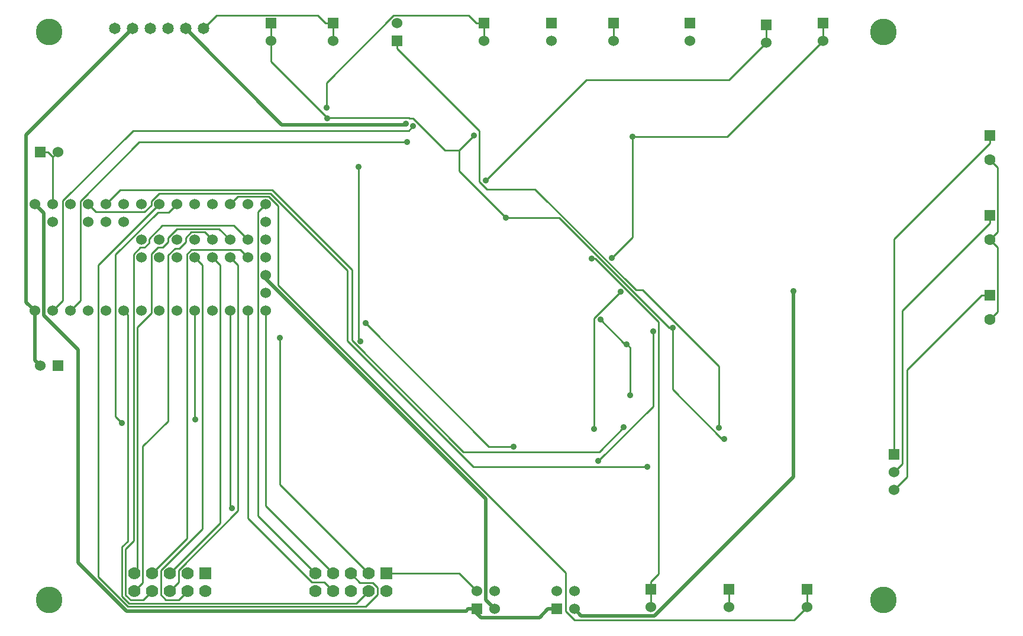
<source format=gbl>
G04 (created by PCBNEW (2013-jul-07)-stable) date Thu 22 Dec 2016 08:04:52 PM PST*
%MOIN*%
G04 Gerber Fmt 3.4, Leading zero omitted, Abs format*
%FSLAX34Y34*%
G01*
G70*
G90*
G04 APERTURE LIST*
%ADD10C,0.00590551*%
%ADD11C,0.06*%
%ADD12R,0.06X0.06*%
%ADD13C,0.065*%
%ADD14R,0.063X0.063*%
%ADD15C,0.063*%
%ADD16R,0.07X0.07*%
%ADD17C,0.07*%
%ADD18C,0.15*%
%ADD19C,0.035*%
%ADD20C,0.01*%
%ADD21C,0.02*%
G04 APERTURE END LIST*
G54D10*
G54D11*
X20700Y-37200D03*
X21700Y-37200D03*
X22700Y-37200D03*
X23700Y-37200D03*
X24700Y-37200D03*
X25700Y-37200D03*
X26700Y-37200D03*
X27700Y-37200D03*
X28700Y-37200D03*
X29700Y-37200D03*
X30700Y-37200D03*
X31700Y-37200D03*
X32700Y-37200D03*
X33700Y-37200D03*
X33700Y-36200D03*
X33700Y-35200D03*
X33700Y-34200D03*
X33700Y-33200D03*
X33700Y-32200D03*
X33700Y-31200D03*
X32700Y-31200D03*
X31700Y-31200D03*
X30700Y-31200D03*
X29700Y-31200D03*
X28700Y-31200D03*
X27700Y-31200D03*
X26700Y-31200D03*
X25700Y-31200D03*
X24700Y-31200D03*
X23700Y-31200D03*
X22700Y-31200D03*
X21700Y-31200D03*
X20700Y-31200D03*
X26700Y-34200D03*
X27700Y-34200D03*
X28700Y-34200D03*
X29700Y-34200D03*
X30700Y-34200D03*
X31700Y-34200D03*
X32700Y-34200D03*
X32700Y-33200D03*
X31700Y-33200D03*
X30700Y-33200D03*
X29700Y-33200D03*
X28700Y-33200D03*
X27700Y-33200D03*
X26700Y-33200D03*
X25700Y-32200D03*
X24700Y-32200D03*
X23700Y-32200D03*
X21700Y-32200D03*
G54D12*
X69100Y-45300D03*
G54D11*
X69100Y-46300D03*
X69100Y-47300D03*
G54D12*
X50100Y-54000D03*
G54D11*
X50100Y-53000D03*
X51100Y-54000D03*
X51100Y-53000D03*
G54D12*
X45600Y-54000D03*
G54D11*
X45600Y-53000D03*
X46600Y-54000D03*
X46600Y-53000D03*
G54D12*
X46000Y-21000D03*
G54D11*
X46000Y-22000D03*
G54D12*
X41100Y-22000D03*
G54D11*
X41100Y-21000D03*
G54D12*
X22000Y-40300D03*
G54D11*
X21000Y-40300D03*
G54D12*
X49800Y-21000D03*
G54D11*
X49800Y-22000D03*
G54D12*
X21000Y-28250D03*
G54D11*
X22000Y-28250D03*
G54D12*
X53300Y-21000D03*
G54D11*
X53300Y-22000D03*
G54D12*
X57600Y-21000D03*
G54D11*
X57600Y-22000D03*
G54D12*
X55400Y-52900D03*
G54D11*
X55400Y-53900D03*
G54D12*
X61900Y-21100D03*
G54D11*
X61900Y-22100D03*
G54D12*
X64200Y-52900D03*
G54D11*
X64200Y-53900D03*
G54D12*
X59800Y-52900D03*
G54D11*
X59800Y-53900D03*
G54D12*
X65100Y-21000D03*
G54D11*
X65100Y-22000D03*
G54D12*
X37500Y-21000D03*
G54D11*
X37500Y-22000D03*
G54D12*
X34000Y-21000D03*
G54D11*
X34000Y-22000D03*
G54D13*
X25200Y-21300D03*
X26200Y-21300D03*
X27200Y-21300D03*
X28200Y-21300D03*
X29200Y-21300D03*
X30200Y-21300D03*
G54D14*
X74500Y-27311D03*
G54D15*
X74500Y-28689D03*
G54D14*
X74500Y-31811D03*
G54D15*
X74500Y-33189D03*
G54D14*
X74500Y-36311D03*
G54D15*
X74500Y-37689D03*
G54D16*
X30300Y-52000D03*
G54D17*
X30300Y-53000D03*
X29300Y-52000D03*
X29300Y-53000D03*
X28300Y-52000D03*
X28300Y-53000D03*
X27300Y-52000D03*
X27300Y-53000D03*
X26300Y-52000D03*
X26300Y-53000D03*
G54D16*
X40500Y-52000D03*
G54D17*
X40500Y-53000D03*
X39500Y-52000D03*
X39500Y-53000D03*
X38500Y-52000D03*
X38500Y-53000D03*
X37500Y-52000D03*
X37500Y-53000D03*
X36500Y-52000D03*
X36500Y-53000D03*
G54D18*
X68500Y-53500D03*
X21500Y-53500D03*
X21500Y-21500D03*
X68500Y-21500D03*
G54D19*
X38944Y-29077D03*
X39047Y-38906D03*
X56642Y-38163D03*
X59547Y-44415D03*
X47237Y-31958D03*
X37171Y-26355D03*
X45435Y-27325D03*
X63446Y-36086D03*
X54248Y-41949D03*
X54053Y-39071D03*
X52583Y-37695D03*
X31827Y-48327D03*
X42024Y-26798D03*
X41674Y-27702D03*
X37133Y-25758D03*
X41594Y-26656D03*
X59236Y-43799D03*
X52081Y-34238D03*
X54381Y-27396D03*
X53220Y-34229D03*
X46117Y-29841D03*
X25615Y-43514D03*
X29734Y-43318D03*
X47668Y-44846D03*
X39330Y-37901D03*
X53893Y-43770D03*
X55215Y-45976D03*
X34495Y-38706D03*
X53721Y-36125D03*
X52215Y-43849D03*
X55543Y-38341D03*
X52454Y-45668D03*
G54D20*
X37500Y-22000D02*
X37500Y-21000D01*
X37500Y-21000D02*
X37069Y-21000D01*
X30930Y-20569D02*
X30200Y-21300D01*
X36639Y-20569D02*
X30930Y-20569D01*
X37069Y-21000D02*
X36639Y-20569D01*
X38944Y-38803D02*
X38944Y-29077D01*
X39047Y-38906D02*
X38944Y-38803D01*
X34000Y-21000D02*
X34000Y-22000D01*
X59421Y-44415D02*
X59547Y-44415D01*
X56642Y-41636D02*
X59421Y-44415D01*
X56642Y-38163D02*
X56642Y-41636D01*
X34000Y-23143D02*
X37191Y-26335D01*
X34000Y-22000D02*
X34000Y-23143D01*
X37191Y-26335D02*
X37171Y-26355D01*
X44597Y-29318D02*
X44597Y-28163D01*
X47237Y-31958D02*
X44597Y-29318D01*
X44597Y-28163D02*
X45435Y-27325D01*
X37191Y-26335D02*
X37191Y-26335D01*
X41785Y-26335D02*
X37191Y-26335D01*
X41798Y-26348D02*
X41785Y-26335D01*
X42009Y-26348D02*
X41798Y-26348D01*
X43823Y-28163D02*
X42009Y-26348D01*
X44597Y-28163D02*
X43823Y-28163D01*
X50240Y-31958D02*
X47237Y-31958D01*
X56445Y-38163D02*
X50240Y-31958D01*
X56642Y-38163D02*
X56445Y-38163D01*
G54D21*
X46100Y-53500D02*
X46600Y-54000D01*
X46100Y-47784D02*
X46100Y-53500D01*
X33700Y-35384D02*
X46100Y-47784D01*
X33700Y-35200D02*
X33700Y-35384D01*
X63446Y-46541D02*
X63446Y-36086D01*
X55601Y-54387D02*
X63446Y-46541D01*
X51487Y-54387D02*
X55601Y-54387D01*
X51100Y-54000D02*
X51487Y-54387D01*
X45004Y-54115D02*
X45119Y-54000D01*
X25863Y-54115D02*
X45004Y-54115D01*
X23133Y-51384D02*
X25863Y-54115D01*
X23133Y-39375D02*
X23133Y-51384D01*
X21200Y-37442D02*
X23133Y-39375D01*
X21200Y-31700D02*
X21200Y-37442D01*
X20700Y-31200D02*
X21200Y-31700D01*
X45600Y-54000D02*
X45359Y-54000D01*
X45359Y-54000D02*
X45119Y-54000D01*
X49139Y-54480D02*
X49619Y-54000D01*
X45840Y-54480D02*
X49139Y-54480D01*
X45359Y-54000D02*
X45840Y-54480D01*
X50100Y-54000D02*
X49619Y-54000D01*
G54D20*
X74945Y-32743D02*
X74500Y-33189D01*
X74945Y-29134D02*
X74945Y-32743D01*
X74500Y-28689D02*
X74945Y-29134D01*
X21000Y-28250D02*
X21430Y-28250D01*
X21715Y-28534D02*
X21430Y-28250D01*
X21700Y-28550D02*
X21715Y-28534D01*
X21700Y-31200D02*
X21700Y-28550D01*
X21715Y-28534D02*
X22000Y-28250D01*
X74945Y-33634D02*
X74500Y-33189D01*
X74945Y-37243D02*
X74945Y-33634D01*
X74500Y-37689D02*
X74945Y-37243D01*
X54248Y-39266D02*
X54053Y-39071D01*
X54248Y-41949D02*
X54248Y-39266D01*
X53958Y-39071D02*
X52583Y-37695D01*
X54053Y-39071D02*
X53958Y-39071D01*
X31700Y-48200D02*
X31827Y-48327D01*
X31700Y-37200D02*
X31700Y-48200D01*
X69100Y-33156D02*
X74500Y-27756D01*
X69100Y-45300D02*
X69100Y-33156D01*
X74500Y-27310D02*
X74500Y-27756D01*
X30137Y-34637D02*
X29700Y-34200D01*
X30137Y-49478D02*
X30137Y-34637D01*
X27800Y-51816D02*
X30137Y-49478D01*
X27800Y-53197D02*
X27800Y-51816D01*
X28085Y-53483D02*
X27800Y-53197D01*
X28816Y-53483D02*
X28085Y-53483D01*
X29300Y-53000D02*
X28816Y-53483D01*
X31134Y-34634D02*
X30700Y-34200D01*
X31134Y-49165D02*
X31134Y-34634D01*
X28300Y-52000D02*
X31134Y-49165D01*
X32137Y-34637D02*
X31700Y-34200D01*
X32137Y-48470D02*
X32137Y-34637D01*
X28800Y-51808D02*
X32137Y-48470D01*
X28800Y-52500D02*
X28800Y-51808D01*
X28300Y-53000D02*
X28800Y-52500D01*
X32261Y-33761D02*
X32700Y-34200D01*
X29524Y-33761D02*
X32261Y-33761D01*
X29269Y-34016D02*
X29524Y-33761D01*
X29269Y-50030D02*
X29269Y-34016D01*
X27300Y-52000D02*
X29269Y-50030D01*
X31895Y-32395D02*
X32700Y-33200D01*
X27875Y-32395D02*
X31895Y-32395D01*
X27130Y-33141D02*
X27875Y-32395D01*
X27130Y-33378D02*
X27130Y-33141D01*
X26878Y-33630D02*
X27130Y-33378D01*
X26655Y-33630D02*
X26878Y-33630D01*
X26269Y-34015D02*
X26655Y-33630D01*
X26269Y-50157D02*
X26269Y-34015D01*
X25804Y-50623D02*
X26269Y-50157D01*
X25804Y-53209D02*
X25804Y-50623D01*
X26097Y-53503D02*
X25804Y-53209D01*
X26796Y-53503D02*
X26097Y-53503D01*
X27300Y-53000D02*
X26796Y-53503D01*
X31075Y-32575D02*
X31700Y-33200D01*
X28709Y-32575D02*
X31075Y-32575D01*
X28200Y-33085D02*
X28709Y-32575D01*
X28200Y-33331D02*
X28200Y-33085D01*
X27901Y-33630D02*
X28200Y-33331D01*
X27638Y-33630D02*
X27901Y-33630D01*
X27269Y-33998D02*
X27638Y-33630D01*
X27269Y-37310D02*
X27269Y-33998D01*
X26461Y-38118D02*
X27269Y-37310D01*
X26461Y-51838D02*
X26461Y-38118D01*
X26300Y-52000D02*
X26461Y-51838D01*
X30269Y-32769D02*
X30700Y-33200D01*
X29515Y-32769D02*
X30269Y-32769D01*
X29200Y-33084D02*
X29515Y-32769D01*
X29200Y-33309D02*
X29200Y-33084D01*
X28838Y-33671D02*
X29200Y-33309D01*
X28594Y-33671D02*
X28838Y-33671D01*
X28200Y-34065D02*
X28594Y-33671D01*
X28200Y-43417D02*
X28200Y-34065D01*
X26780Y-44837D02*
X28200Y-43417D01*
X26780Y-52519D02*
X26780Y-44837D01*
X26300Y-53000D02*
X26780Y-52519D01*
X53300Y-22000D02*
X53300Y-21000D01*
X41781Y-27041D02*
X42024Y-26798D01*
X26231Y-27041D02*
X41781Y-27041D01*
X22269Y-31003D02*
X26231Y-27041D01*
X22269Y-36630D02*
X22269Y-31003D01*
X21700Y-37200D02*
X22269Y-36630D01*
X23269Y-36630D02*
X22700Y-37200D01*
X23269Y-31021D02*
X23269Y-36630D01*
X26589Y-27702D02*
X23269Y-31021D01*
X41674Y-27702D02*
X26589Y-27702D01*
X46000Y-21000D02*
X46000Y-22000D01*
X45139Y-20569D02*
X45569Y-21000D01*
X40915Y-20569D02*
X45139Y-20569D01*
X37133Y-24352D02*
X40915Y-20569D01*
X37133Y-25758D02*
X37133Y-24352D01*
X46000Y-21000D02*
X45569Y-21000D01*
G54D21*
X20216Y-27283D02*
X26200Y-21300D01*
X20216Y-36716D02*
X20216Y-27283D01*
X20700Y-37200D02*
X20216Y-36716D01*
X20700Y-40000D02*
X20700Y-37200D01*
X21000Y-40300D02*
X20700Y-40000D01*
X41536Y-26714D02*
X41594Y-26656D01*
X34614Y-26714D02*
X41536Y-26714D01*
X29200Y-21300D02*
X34614Y-26714D01*
G54D20*
X33700Y-48200D02*
X33700Y-37200D01*
X37500Y-52000D02*
X33700Y-48200D01*
X32700Y-48888D02*
X32700Y-37200D01*
X36311Y-52500D02*
X32700Y-48888D01*
X37000Y-52500D02*
X36311Y-52500D01*
X37500Y-53000D02*
X37000Y-52500D01*
X41100Y-22000D02*
X41100Y-22430D01*
X45740Y-27070D02*
X41100Y-22430D01*
X45740Y-29927D02*
X45740Y-27070D01*
X46167Y-30353D02*
X45740Y-29927D01*
X48890Y-30353D02*
X46167Y-30353D01*
X54568Y-36031D02*
X48890Y-30353D01*
X54942Y-36031D02*
X54568Y-36031D01*
X59236Y-40325D02*
X54942Y-36031D01*
X59236Y-43799D02*
X59236Y-40325D01*
X55400Y-53900D02*
X55400Y-52900D01*
X55400Y-52900D02*
X55400Y-52469D01*
X52265Y-34238D02*
X52081Y-34238D01*
X55856Y-37829D02*
X52265Y-34238D01*
X55856Y-52013D02*
X55856Y-37829D01*
X55400Y-52469D02*
X55856Y-52013D01*
X69579Y-45820D02*
X69100Y-46300D01*
X69579Y-37176D02*
X69579Y-45820D01*
X74500Y-32256D02*
X69579Y-37176D01*
X74500Y-31810D02*
X74500Y-32256D01*
X65100Y-21000D02*
X65100Y-22000D01*
X59703Y-27396D02*
X54381Y-27396D01*
X65100Y-22000D02*
X59703Y-27396D01*
X54381Y-33068D02*
X53220Y-34229D01*
X54381Y-27396D02*
X54381Y-33068D01*
X61900Y-21100D02*
X61900Y-22100D01*
X51781Y-24176D02*
X46117Y-29841D01*
X59823Y-24176D02*
X51781Y-24176D01*
X61900Y-22100D02*
X59823Y-24176D01*
X38816Y-53683D02*
X39500Y-53000D01*
X26023Y-53683D02*
X38816Y-53683D01*
X25624Y-53284D02*
X26023Y-53683D01*
X25624Y-50503D02*
X25624Y-53284D01*
X25933Y-50193D02*
X25624Y-50503D01*
X25933Y-37433D02*
X25933Y-50193D01*
X25700Y-37200D02*
X25933Y-37433D01*
X33265Y-31634D02*
X33700Y-31200D01*
X33265Y-48765D02*
X33265Y-31634D01*
X36500Y-52000D02*
X33265Y-48765D01*
X24264Y-34635D02*
X27700Y-31200D01*
X24264Y-52179D02*
X24264Y-34635D01*
X25949Y-53865D02*
X24264Y-52179D01*
X39339Y-53865D02*
X25949Y-53865D01*
X40000Y-53204D02*
X39339Y-53865D01*
X40000Y-52788D02*
X40000Y-53204D01*
X39731Y-52519D02*
X40000Y-52788D01*
X39019Y-52519D02*
X39731Y-52519D01*
X38500Y-52000D02*
X39019Y-52519D01*
X25257Y-43155D02*
X25615Y-43514D01*
X25257Y-34031D02*
X25257Y-43155D01*
X27643Y-31645D02*
X25257Y-34031D01*
X28254Y-31645D02*
X27643Y-31645D01*
X28700Y-31200D02*
X28254Y-31645D01*
X59800Y-52900D02*
X59800Y-53900D01*
X63482Y-54617D02*
X64200Y-53900D01*
X51104Y-54617D02*
X63482Y-54617D01*
X50600Y-54112D02*
X51104Y-54617D01*
X50600Y-51958D02*
X50600Y-54112D01*
X34403Y-35762D02*
X50600Y-51958D01*
X34403Y-31279D02*
X34403Y-35762D01*
X33889Y-30765D02*
X34403Y-31279D01*
X32134Y-30765D02*
X33889Y-30765D01*
X31700Y-31200D02*
X32134Y-30765D01*
X64200Y-53900D02*
X64200Y-52900D01*
X29700Y-43283D02*
X29734Y-43318D01*
X29700Y-37200D02*
X29700Y-43283D01*
X46275Y-44846D02*
X39330Y-37901D01*
X47668Y-44846D02*
X46275Y-44846D01*
X25504Y-30395D02*
X24700Y-31200D01*
X34072Y-30395D02*
X25504Y-30395D01*
X38568Y-34890D02*
X34072Y-30395D01*
X38568Y-38867D02*
X38568Y-34890D01*
X44855Y-45154D02*
X38568Y-38867D01*
X52508Y-45154D02*
X44855Y-45154D01*
X53893Y-43770D02*
X52508Y-45154D01*
X45423Y-45976D02*
X55215Y-45976D01*
X38324Y-38877D02*
X45423Y-45976D01*
X38324Y-34929D02*
X38324Y-38877D01*
X33980Y-30585D02*
X38324Y-34929D01*
X27699Y-30585D02*
X33980Y-30585D01*
X27263Y-31021D02*
X27699Y-30585D01*
X27263Y-31246D02*
X27263Y-31021D01*
X26875Y-31634D02*
X27263Y-31246D01*
X24134Y-31634D02*
X26875Y-31634D01*
X23700Y-31200D02*
X24134Y-31634D01*
X34495Y-46995D02*
X34495Y-38706D01*
X39500Y-52000D02*
X34495Y-46995D01*
X44600Y-52000D02*
X45600Y-53000D01*
X40500Y-52000D02*
X44600Y-52000D01*
X74500Y-36310D02*
X74054Y-36310D01*
X69849Y-40515D02*
X74054Y-36310D01*
X69849Y-46550D02*
X69849Y-40515D01*
X69100Y-47300D02*
X69849Y-46550D01*
X52215Y-37631D02*
X53721Y-36125D01*
X52215Y-43849D02*
X52215Y-37631D01*
X55543Y-42579D02*
X55543Y-38341D01*
X52454Y-45668D02*
X55543Y-42579D01*
M02*

</source>
